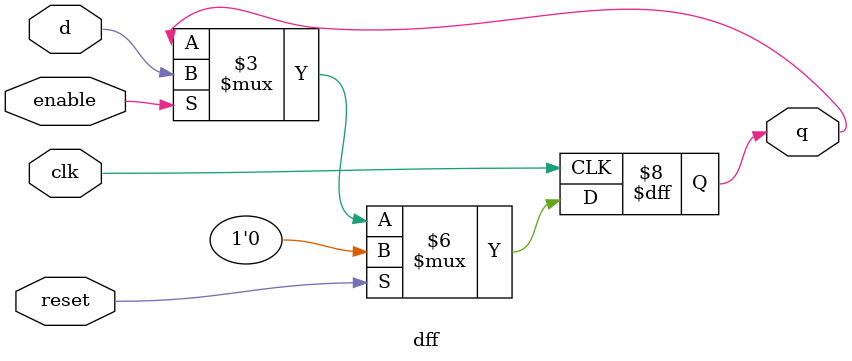
<source format=v>

module dff #(
    parameter WIDTH   = 1,
    parameter ENABLED = 1
)(
    input  wire                 clk,     // Clock input
    input  wire                 reset,   // Synchronous reset (active high)
    input  wire [WIDTH-1:0]     d,       // Data input
    output reg  [WIDTH-1:0]     q,       // Data output
    input  wire                 enable   // Enable 
);

    // -------------------------------------------------------------------------
    // Flip-Flop Logic
    // -------------------------------------------------------------------------
    always @(posedge clk) begin
        if (reset)
            q <= {WIDTH{1'b0}};
        else if (!ENABLED || enable)
            q <= d;
    end

endmodule

</source>
